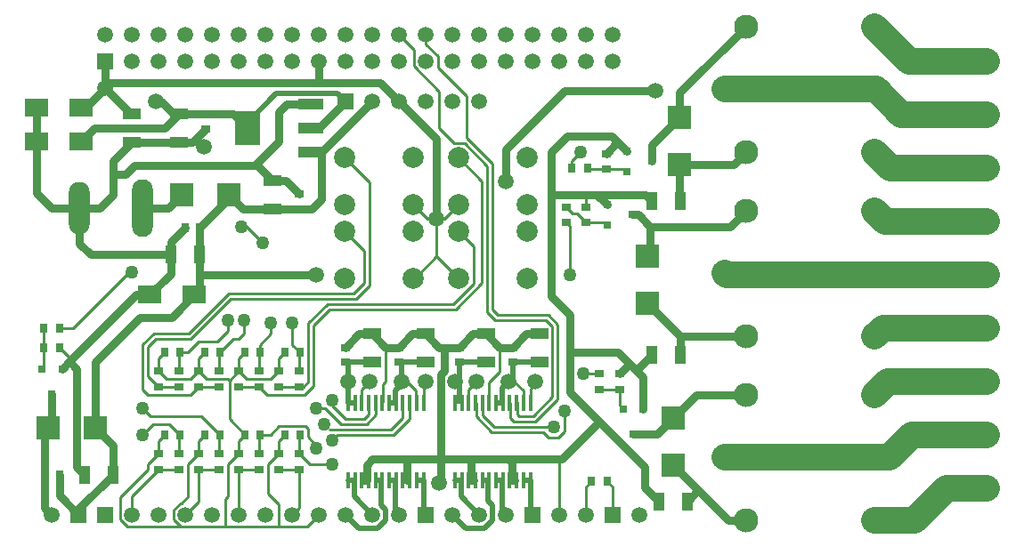
<source format=gbl>
G04 Layer_Physical_Order=2*
G04 Layer_Color=16711680*
%FSLAX25Y25*%
%MOIN*%
G70*
G01*
G75*
%ADD10C,0.01000*%
%ADD11C,0.03000*%
%ADD12C,0.10000*%
%ADD13C,0.02000*%
%ADD14R,0.05906X0.05906*%
%ADD15C,0.05906*%
%ADD16C,0.09055*%
%ADD17C,0.07874*%
%ADD18O,0.07874X0.21654*%
%ADD19O,0.07874X0.19685*%
%ADD20C,0.05000*%
%ADD21R,0.02756X0.03543*%
%ADD22R,0.09055X0.09055*%
%ADD23R,0.03150X0.03150*%
%ADD24R,0.03543X0.02756*%
%ADD25R,0.04331X0.06693*%
%ADD26R,0.03150X0.03150*%
%ADD27R,0.03150X0.03543*%
%ADD28R,0.03543X0.03150*%
%ADD29R,0.09055X0.06693*%
%ADD30R,0.06693X0.04331*%
%ADD31R,0.01772X0.06299*%
%ADD32R,0.09055X0.09055*%
%ADD33R,0.09252X0.03937*%
%ADD34R,0.09252X0.12992*%
D10*
X141000Y-83081D02*
Y-44937D01*
X131080Y-93000D02*
X141000Y-83081D01*
X132205Y-36142D02*
X141000Y-44937D01*
X130252Y-91000D02*
X138000Y-83252D01*
Y-69437D01*
X132205Y-63642D02*
X138000Y-69437D01*
X145000Y-93172D02*
Y-38419D01*
Y-93172D02*
X146828Y-95000D01*
X135166Y-28586D02*
X145000Y-38419D01*
X143000Y-94000D02*
Y-39248D01*
Y-94000D02*
X146000Y-97000D01*
X134457Y-30705D02*
X143000Y-39248D01*
X146828Y-95000D02*
X165777D01*
X146000Y-97000D02*
X164948D01*
X130705Y-30705D02*
X134457D01*
X135166Y-28586D02*
Y-13166D01*
X125000Y-25000D02*
X130705Y-30705D01*
X84000Y-93000D02*
X131080D01*
X83172Y-91000D02*
X130252D01*
X76000Y-120172D02*
Y-98172D01*
X83172Y-91000D01*
X78000Y-99000D02*
X84000Y-93000D01*
X94000Y-89000D02*
X99000Y-84000D01*
X47000Y-89000D02*
X94000D01*
X93000Y-87000D02*
X97000Y-83000D01*
X46172Y-87000D02*
X93000D01*
X60547Y-125000D02*
X74724D01*
X74219Y-121953D02*
X76000Y-120172D01*
X72500Y-121953D02*
X74219D01*
X62000Y-102000D02*
Y-98000D01*
X57756Y-106244D02*
X62000Y-102000D01*
X57756Y-109000D02*
Y-106244D01*
X53000Y-62000D02*
X59000Y-68000D01*
X145486Y-137000D02*
X168000D01*
X151571Y-133571D02*
X153000Y-135000D01*
X160993D01*
X169346Y-126647D01*
X160165Y-133000D02*
X167347Y-125818D01*
X154828Y-133000D02*
X160165D01*
X154130Y-132301D02*
X154828Y-133000D01*
X154130Y-132301D02*
Y-127760D01*
X170000Y-150000D02*
X171000Y-149000D01*
X170000Y-170000D02*
Y-150000D01*
X169346Y-126647D02*
Y-98570D01*
X165777Y-95000D02*
X169346Y-98570D01*
X167347Y-125818D02*
Y-99398D01*
X164948Y-97000D02*
X167347Y-99398D01*
X174000Y-80000D02*
Y-61953D01*
X172500Y-60453D02*
X174000Y-61953D01*
X172000Y-138657D02*
Y-131000D01*
X169657Y-141000D02*
X172000Y-138657D01*
X166000Y-141000D02*
X169657D01*
X164000Y-139000D02*
X166000Y-141000D01*
X144657Y-139000D02*
X164000D01*
X138776Y-133118D02*
X144657Y-139000D01*
X138776Y-133118D02*
Y-128106D01*
X138602Y-127933D02*
X138776Y-128106D01*
X141335Y-132849D02*
Y-127933D01*
Y-132849D02*
X145486Y-137000D01*
X141161Y-127933D02*
X141335D01*
X120000Y6297D02*
Y10000D01*
Y6297D02*
X124453Y1844D01*
Y-2453D02*
Y1844D01*
Y-2453D02*
X135166Y-13166D01*
X151571Y-133571D02*
Y-127933D01*
X151398D02*
X151571D01*
X110000Y10000D02*
X115547Y4453D01*
Y-1844D02*
Y4453D01*
Y-1844D02*
X125000Y-11297D01*
Y-25000D02*
Y-11297D01*
X153957Y-127933D02*
X154130Y-127760D01*
X70000Y-170000D02*
X72500Y-167500D01*
Y-152953D01*
X50000Y-170000D02*
Y-152953D01*
X57500D01*
X65000Y-152953D02*
X72500D01*
X30000Y-170000D02*
X35000Y-165000D01*
Y-152953D01*
X42500D01*
X10000Y-170000D02*
Y-162953D01*
X20000Y-152953D01*
X27500D01*
X72500Y-147047D02*
Y-140256D01*
X72756Y-140000D01*
X57500Y-147047D02*
Y-140256D01*
X57756Y-140000D01*
X42500Y-147047D02*
Y-140256D01*
X42756Y-140000D01*
X27500Y-147047D02*
Y-140256D01*
X27756Y-140000D01*
X65000Y-142244D02*
X67244Y-140000D01*
X65000Y-147047D02*
Y-142244D01*
X50000D02*
X52244Y-140000D01*
X50000Y-147047D02*
Y-142244D01*
X35000D02*
X37244Y-140000D01*
X35000Y-147047D02*
Y-142244D01*
X20000D02*
X22244Y-140000D01*
X20000Y-147047D02*
Y-142244D01*
X75547Y-174453D02*
X80000Y-170000D01*
X25547Y-171844D02*
X28156Y-174453D01*
X25547Y-171844D02*
Y-168156D01*
X28156Y-165547D01*
X28453D01*
X31000Y-163000D01*
Y-151047D01*
X35000Y-147047D01*
X46000Y-151047D02*
X50000Y-147047D01*
X46000Y-163000D02*
Y-151047D01*
X45000Y-164000D02*
X46000Y-163000D01*
X45000Y-174453D02*
Y-164000D01*
X28156Y-174453D02*
X45000D01*
X61000Y-151047D02*
X65000Y-147047D01*
X61000Y-162000D02*
Y-151047D01*
Y-162000D02*
X65000Y-166000D01*
Y-174453D02*
Y-166000D01*
X45000Y-174453D02*
X65000D01*
X75547D01*
X-17047Y-107500D02*
X-13484Y-111063D01*
X-22953Y-114488D02*
Y-107500D01*
X-23740Y-115276D02*
X-22953Y-114488D01*
Y-107500D02*
Y-100000D01*
X-22953Y-100000D01*
X8156Y-174453D02*
X28156D01*
X5547Y-171844D02*
X8156Y-174453D01*
X5547Y-171844D02*
Y-163453D01*
X16000Y-153000D01*
Y-151047D01*
X20000Y-147047D01*
X192500Y-129016D02*
X193760Y-130276D01*
X192500Y-129016D02*
Y-122953D01*
X185000D02*
X192500D01*
X185000Y-122953D02*
X185000Y-122953D01*
X186988Y-60453D02*
X187776Y-61240D01*
X180000Y-60453D02*
X186988D01*
X194488Y-40453D02*
X195276Y-41240D01*
X187500Y-40453D02*
X194488D01*
X180905D02*
X187500D01*
X180453Y-40000D02*
X180905Y-40453D01*
X65000Y-116047D02*
Y-111244D01*
X50000D02*
X52244Y-109000D01*
X50000Y-116047D02*
Y-111244D01*
X35000D02*
X37244Y-109000D01*
X35000Y-116047D02*
Y-111244D01*
X20000D02*
X22244Y-109000D01*
X20000Y-116047D02*
Y-111244D01*
X27500Y-116047D02*
Y-109256D01*
X42500Y-116047D02*
Y-109256D01*
X57500Y-116047D02*
Y-109256D01*
X72500Y-116047D02*
Y-109256D01*
X65000Y-121953D02*
X72500D01*
X50000D02*
X57500D01*
X35000D02*
X42500D01*
X20000D02*
X27500D01*
X143720Y-127933D02*
Y-120280D01*
X147559Y-116441D01*
Y-107244D01*
X103720Y-127933D02*
X103894Y-127760D01*
Y-121106D01*
X105059Y-119941D01*
Y-107244D01*
X153784Y-127933D02*
X153957D01*
X98602Y-132398D02*
Y-127933D01*
X159075D02*
Y-122925D01*
X161000Y-121000D01*
Y-120000D01*
X136043Y-122957D02*
X139000Y-120000D01*
X136043Y-127933D02*
Y-122957D01*
X151000Y-120000D02*
X153000D01*
X156516Y-123516D01*
Y-127933D02*
Y-123516D01*
X116342Y-127760D02*
X116516Y-127933D01*
X116342Y-127760D02*
Y-123343D01*
X113000Y-120000D02*
X116342Y-123343D01*
X111000Y-120000D02*
X113000D01*
X119075Y-120925D02*
X120000Y-120000D01*
X119075Y-127933D02*
Y-120925D01*
X96043Y-127933D02*
Y-122957D01*
X99000Y-120000D01*
X-17047Y-100000D02*
X-12000D01*
X187953Y-157500D02*
X190000Y-159547D01*
Y-170000D02*
Y-159547D01*
X180000Y-159547D02*
X182047Y-157500D01*
X180000Y-170000D02*
Y-159547D01*
X31953Y-125000D02*
X35000Y-121953D01*
X19000Y-104000D02*
X32000D01*
X47000Y-89000D01*
X18172Y-102000D02*
X31172D01*
X46172Y-87000D01*
X14000Y-123000D02*
X16000Y-125000D01*
X14000Y-123000D02*
Y-106172D01*
X18172Y-102000D01*
X16000Y-125000D02*
X31953D01*
X16000Y-117953D02*
X20000Y-121953D01*
X16000Y-117953D02*
Y-107000D01*
X19000Y-104000D01*
X57500Y-121953D02*
X60547Y-125000D01*
X97000Y-83000D02*
Y-70937D01*
X89705Y-63642D02*
X97000Y-70937D01*
X99000Y-84000D02*
Y-45437D01*
X89705Y-36142D02*
X99000Y-45437D01*
X180000Y-54547D02*
Y-50000D01*
X172500Y-54547D02*
X174953Y-57000D01*
X176547D01*
X180000Y-60453D01*
X174547Y-40000D02*
Y-37453D01*
X178000Y-34000D01*
X120437Y-59000D02*
X124000D01*
X115295Y-53858D02*
X120437Y-59000D01*
X124000D02*
X127063D01*
X132205Y-53858D01*
X124000Y-73154D02*
X132205Y-81358D01*
X115295D02*
X115795D01*
X124000Y-73154D01*
X179047Y-117047D02*
X185000D01*
X70000Y-106244D02*
X72756Y-109000D01*
X70000Y-106244D02*
Y-98000D01*
X42756Y-109000D02*
X47756Y-104000D01*
X50000D01*
X27756Y-109000D02*
X31000D01*
X35000Y-105000D01*
X42000D01*
X46000Y-101000D01*
Y-97000D01*
X50000Y-104000D02*
X52000Y-102000D01*
Y-97000D01*
X-12000Y-100000D02*
X9000Y-79000D01*
X10000D01*
X51000Y-62000D02*
X53000D01*
X124000Y-73154D02*
Y-59000D01*
X74724Y-125000D02*
X78000Y-121724D01*
Y-99000D01*
X97000Y-134000D02*
X98602Y-132398D01*
X85000Y-129000D02*
Y-127000D01*
Y-129000D02*
X90000Y-134000D01*
X97000D01*
X23756Y-136000D02*
X27756Y-140000D01*
X18000Y-136000D02*
X23756D01*
X14000Y-140000D02*
X18000Y-136000D01*
X35756Y-133000D02*
X42756Y-140000D01*
X17000Y-133000D02*
X35756D01*
X14000Y-130000D02*
X17000Y-133000D01*
X88343Y-136000D02*
X97828D01*
X82343Y-130000D02*
X88343Y-136000D01*
X79000Y-130000D02*
X82343D01*
X101161Y-131000D02*
Y-127933D01*
Y-131000D02*
X101335D01*
X97828Y-136000D02*
X101335Y-132494D01*
Y-131000D01*
X84000Y-138000D02*
X107000D01*
X111398Y-133602D01*
Y-127933D01*
X113957Y-134043D02*
Y-127933D01*
X87000Y-140000D02*
X108000D01*
X113957Y-134043D01*
X57756Y-140000D02*
X61776D01*
X65048Y-136728D01*
X74952D01*
X75831Y-137607D01*
Y-140831D02*
Y-137607D01*
Y-140831D02*
X79000Y-144000D01*
Y-145000D02*
Y-144000D01*
X85000Y-142000D02*
X87000Y-140000D01*
X72500Y-147047D02*
X76453Y-151000D01*
X85000D01*
X65000Y-111244D02*
X67244Y-109000D01*
X64953Y-116047D02*
X65000D01*
X62000Y-119000D02*
X64953Y-116047D01*
X52953Y-119000D02*
X62000D01*
X50000Y-116047D02*
X52953Y-119000D01*
X20000Y-116047D02*
X22953Y-119000D01*
X32047D01*
X35000Y-116047D01*
X35047D01*
X38000Y-119000D01*
X45775D01*
X46411Y-119636D02*
X50000Y-116047D01*
X46411Y-134167D02*
X52244Y-140000D01*
X45775Y-119000D02*
X46411Y-119636D01*
Y-134167D02*
Y-119636D01*
D11*
X150000Y-45000D02*
Y-33000D01*
X35315Y-80000D02*
X79000D01*
X185000Y-135000D02*
X202000Y-152000D01*
X174000Y-124000D02*
X185000Y-135000D01*
X152224Y-157067D02*
Y-150224D01*
X171000Y-149000D02*
X185000Y-135000D01*
X151000Y-149000D02*
X171000D01*
X167000Y-88000D02*
X174000Y-95000D01*
Y-109000D02*
Y-95000D01*
X167000Y-88000D02*
Y-50000D01*
X174000Y-124000D02*
Y-109000D01*
X-22756Y-167244D02*
X-20000Y-170000D01*
X-22756Y-167244D02*
Y-155000D01*
Y-138898D02*
X-21358Y-137500D01*
X13937Y-55000D02*
X23642D01*
X28642Y-50000D01*
X46358Y-51398D02*
Y-50000D01*
X35256Y-62500D02*
X46358Y-51398D01*
X35256Y-72441D02*
Y-62500D01*
Y-72441D02*
X35315Y-72500D01*
X33268Y-87500D02*
X35315Y-85453D01*
X24685Y-72500D02*
Y-67559D01*
X29744Y-62500D01*
X0Y-10000D02*
Y0D01*
X9685Y-19685D02*
X10000D01*
X0Y-10000D02*
X9685Y-19685D01*
X-25768Y-49232D02*
Y-30000D01*
Y-49232D02*
X-20000Y-55000D01*
X-9685D01*
Y-68315D02*
X-5500Y-72500D01*
X-9685Y-68315D02*
Y-55000D01*
X47835Y-19744D02*
X53091Y-25000D01*
X37500Y-19744D02*
X47835D01*
X27559D02*
X37500D01*
X27500Y-19685D02*
X27559Y-19744D01*
X27500Y-30315D02*
X32441D01*
X-9232Y-30000D02*
X-4232Y-25000D01*
X22185D01*
X27500Y-19685D01*
X10000Y-30315D02*
X27500D01*
X-2000Y-55000D02*
X3000Y-50000D01*
X-9685Y-55000D02*
X-2000D01*
X-25768Y-30000D02*
Y-17500D01*
X-9232D02*
X-7500D01*
X0Y-10000D01*
X80000Y-25000D02*
X90000Y-15000D01*
X76910Y-25000D02*
X80000D01*
X80945Y-34055D02*
X100000Y-15000D01*
X68055Y-15945D02*
X76910D01*
X65000Y-19000D02*
X68055Y-15945D01*
X65000Y-30000D02*
Y-19000D01*
X56000Y-39000D02*
X65000Y-30000D01*
X3000Y-37315D02*
X10000Y-30315D01*
X24768Y-96000D02*
X33268Y-87500D01*
X-10669Y-152146D02*
X-7815Y-155000D01*
X-10669Y-152146D02*
Y-115315D01*
X-3642Y-137500D02*
X2815Y-143957D01*
Y-155000D02*
Y-143957D01*
X-10000Y-167815D02*
X2815Y-155000D01*
X-10000Y-170000D02*
Y-167815D01*
X-17244Y-162756D02*
X-10000Y-170000D01*
X-17244Y-162756D02*
Y-155000D01*
X-16260Y-115276D02*
X-13484Y-112500D01*
X-3642Y-137500D02*
Y-112642D01*
X13000Y-96000D01*
X24768D01*
X-20000Y-136142D02*
Y-124724D01*
X-22756Y-155000D02*
Y-138898D01*
X215000Y-11811D02*
X239913Y13102D01*
X215000Y-21142D02*
Y-11811D01*
X204724Y-31417D02*
X215000Y-21142D01*
X204724Y-37500D02*
Y-31417D01*
X235197Y-38858D02*
X239913Y-34142D01*
X215000Y-38858D02*
X235197D01*
X215000Y-52185D02*
Y-38858D01*
Y-52185D02*
X215315Y-52500D01*
X233811Y-62000D02*
X239913Y-55898D01*
X215315Y-110000D02*
Y-103457D01*
X215000Y-103142D02*
X239913D01*
X221244Y-124898D02*
X239913D01*
X212500Y-133642D02*
X221244Y-124898D01*
X206417Y-139724D02*
X212500Y-133642D01*
X197500Y-139724D02*
X206417D01*
X233283Y-172142D02*
X239913D01*
X217815Y-165000D02*
X217858D01*
X222000Y-160858D01*
X212500Y-151358D02*
X222000Y-160858D01*
X233283Y-172142D01*
X-13484Y-112500D02*
X-10669Y-115315D01*
X16732Y-87500D02*
X24685Y-79547D01*
Y-72500D01*
X-13484Y-112500D02*
X11516Y-87500D01*
X16732D01*
X115059Y-102185D02*
X120000D01*
X110000Y-107244D02*
X115059Y-102185D01*
X105059Y-107244D02*
X110000D01*
X100000Y-102185D02*
X105059Y-107244D01*
X95059Y-102185D02*
X100000D01*
X90000Y-107244D02*
X95059Y-102185D01*
X157559D02*
X162500D01*
X152500Y-107244D02*
X157559Y-102185D01*
X147559Y-107244D02*
X152500D01*
X142500Y-102185D02*
X147559Y-107244D01*
X137559Y-102185D02*
X142500D01*
X132500Y-107244D02*
X137559Y-102185D01*
X120000D02*
X125059Y-107244D01*
X132500D01*
X136870Y-157067D02*
X137776D01*
X152224D02*
X153130D01*
X136870D02*
Y-149870D01*
X113000Y-156937D02*
Y-149000D01*
X112870Y-157067D02*
X113000Y-156937D01*
X97776Y-151224D02*
X100000Y-149000D01*
X96870Y-157067D02*
X97776D01*
X151000Y-149000D02*
X152224Y-150224D01*
X136000Y-149000D02*
X151000D01*
X127000Y-116000D02*
Y-107386D01*
X62500Y-55315D02*
X72441D01*
X72500Y-55256D01*
X77244D01*
X80945Y-51555D01*
X67441Y-44685D02*
X72500Y-49744D01*
X62500Y-44685D02*
X67441D01*
X56815Y-39000D02*
X62500Y-44685D01*
X56000Y-39000D02*
X56815D01*
X201240Y-130276D02*
Y-118240D01*
X174000Y-109000D02*
X192000D01*
X192500Y-117047D02*
X196000Y-113547D01*
X199000Y-115685D02*
X204685Y-110000D01*
X192000Y-109000D02*
X201240Y-118240D01*
X202000Y-159815D02*
X207185Y-165000D01*
X202000Y-159815D02*
Y-152000D01*
X184016Y-50000D02*
X187776Y-53760D01*
X202185Y-50000D02*
X204685Y-52500D01*
X184016Y-50000D02*
X202185D01*
X167000D02*
Y-34000D01*
X173000Y-28000D01*
X189516D01*
X187500Y-34547D02*
X191563Y-30484D01*
X192000D01*
X189516Y-28000D02*
X192000Y-30484D01*
X195276Y-33760D01*
X167000Y-50000D02*
X184016D01*
X103000Y-8000D02*
X110000Y-15000D01*
X0Y-10000D02*
X2000Y-8000D01*
X80000D02*
Y0D01*
X2000Y-8000D02*
X80000D01*
X103000D01*
X19000Y-15000D02*
X21000D01*
X25685Y-19685D01*
X27500D01*
X33756Y-29000D02*
X34000D01*
X37000Y-32000D01*
X32441Y-30315D02*
X33756Y-29000D01*
X3000Y-43000D02*
X3685Y-42315D01*
X3000Y-50000D02*
Y-43000D01*
Y-37315D01*
X3685Y-42315D02*
X7685D01*
X11000Y-39000D01*
X56000D01*
X33756Y-29000D02*
X37500Y-25256D01*
X35315Y-85453D02*
Y-80000D01*
Y-72500D01*
X113000Y-149000D02*
X136000D01*
X136870Y-149870D01*
X100000Y-149000D02*
X113000D01*
X97776Y-157067D02*
Y-151224D01*
X-5500Y-72500D02*
X24685D01*
X46358Y-50000D02*
X51673Y-55315D01*
X62500D01*
X110000Y-15000D02*
X124000Y-29000D01*
Y-59000D02*
Y-29000D01*
X172000Y-11000D02*
X206000D01*
X150000Y-33000D02*
X172000Y-11000D01*
X197224Y-57500D02*
X199500D01*
X204000Y-62000D01*
X233811D01*
X204000Y-72142D02*
Y-62000D01*
X203000Y-73142D02*
X204000Y-72142D01*
X203000Y-90858D02*
X215283Y-103142D01*
X125547Y-157453D02*
Y-117453D01*
X127000Y-116000D01*
X125000Y-158000D02*
X125547Y-157453D01*
X80945Y-51555D02*
Y-34055D01*
D12*
X287945Y-172142D02*
X302858D01*
X315000Y-160000D01*
X330000D01*
X232039Y-148520D02*
X293480D01*
X302000Y-140000D01*
X330000D01*
X287945Y-124898D02*
X292843Y-120000D01*
X330000D01*
X232039Y-79520D02*
X232520Y-80000D01*
X330000D01*
X287945Y-103142D02*
X291087Y-100000D01*
X330000D01*
X287945Y-55898D02*
X292047Y-60000D01*
X330000D01*
X288520Y-10520D02*
X298000Y-20000D01*
X232039Y-10520D02*
X288520D01*
X298000Y-20000D02*
X330000D01*
X287945Y13102D02*
X301047Y0D01*
X330000D01*
X287945Y-34142D02*
X293803Y-40000D01*
X330000D01*
D13*
X148512Y-168512D02*
X150000Y-170000D01*
X146606Y-157067D02*
X148512D01*
Y-168512D02*
Y-157067D01*
X159075Y-169075D02*
X160000Y-170000D01*
X159075Y-169075D02*
Y-157067D01*
X156843D02*
X159075D01*
X133158Y-163157D02*
X140000Y-170000D01*
X130925Y-157067D02*
X133158D01*
Y-163157D02*
Y-157067D01*
X130000Y-170000D02*
X135000Y-175000D01*
X142004D01*
X144953Y-172052D01*
Y-166389D01*
X143394Y-164830D02*
X144953Y-166389D01*
X141488Y-157067D02*
X143394D01*
Y-164830D02*
Y-157067D01*
X116842D02*
X119075D01*
X108512Y-168512D02*
X110000Y-170000D01*
X106606Y-157067D02*
X108512D01*
Y-168512D02*
Y-157067D01*
X93158Y-163157D02*
X100000Y-170000D01*
X90925Y-157067D02*
X93158D01*
Y-163157D02*
Y-157067D01*
X90000Y-170000D02*
X94953Y-174953D01*
X102051D01*
X104953Y-172052D01*
Y-167948D01*
X103394Y-166389D02*
X104953Y-167948D01*
X101488Y-157067D02*
X103394D01*
Y-166389D02*
Y-157067D01*
X90925Y-127933D02*
X93158D01*
X106606D02*
X108512D01*
X110059Y-112815D02*
X120000D01*
X90059D02*
X100000D01*
X132559D02*
X142500D01*
X132500Y-112756D02*
X132559Y-112815D01*
X152559D02*
X162500D01*
X152500Y-112756D02*
X152559Y-112815D01*
X146606Y-127933D02*
X148512D01*
X152500Y-118500D02*
Y-112756D01*
X131583Y-127276D02*
X132500D01*
X111000Y-120000D02*
Y-113756D01*
X110000Y-121000D02*
X111000Y-120000D01*
X110000Y-122000D02*
Y-121000D01*
X108512Y-123488D02*
X110000Y-122000D01*
X108512Y-127933D02*
Y-123488D01*
X132500Y-127276D02*
Y-112756D01*
X90925Y-127933D02*
Y-113681D01*
X110000Y-112756D02*
X110059Y-112815D01*
X111000Y-113756D01*
X148512Y-122488D02*
X151000Y-120000D01*
X152500Y-118500D01*
X148512Y-127933D02*
Y-122488D01*
X119075Y-169075D02*
X120000Y-170000D01*
X119075Y-169075D02*
Y-157067D01*
X53091Y-22909D02*
X64024Y-11976D01*
X53091Y-25000D02*
Y-22909D01*
X64024Y-11976D02*
X86976D01*
X90000Y-15000D01*
D14*
D03*
X190000Y-170000D02*
D03*
X120000D02*
D03*
X160000D02*
D03*
X-10000D02*
D03*
X0D02*
D03*
Y0D02*
D03*
D15*
X100000Y-15000D02*
D03*
X110000D02*
D03*
X120000D02*
D03*
X130000D02*
D03*
X140000D02*
D03*
X180000Y-170000D02*
D03*
X170000D02*
D03*
X90000D02*
D03*
X100000D02*
D03*
X110000D02*
D03*
X130000D02*
D03*
X140000D02*
D03*
X150000D02*
D03*
X-20000D02*
D03*
X10000D02*
D03*
X20000D02*
D03*
X30000D02*
D03*
X40000D02*
D03*
X50000D02*
D03*
X60000D02*
D03*
X70000D02*
D03*
X190000Y10000D02*
D03*
Y0D02*
D03*
X180000Y10000D02*
D03*
Y0D02*
D03*
X170000Y10000D02*
D03*
Y0D02*
D03*
X160000Y10000D02*
D03*
Y0D02*
D03*
X150000Y10000D02*
D03*
Y0D02*
D03*
X140000Y10000D02*
D03*
Y0D02*
D03*
X130000Y10000D02*
D03*
Y0D02*
D03*
X120000Y10000D02*
D03*
Y0D02*
D03*
X110000Y10000D02*
D03*
Y0D02*
D03*
X100000Y10000D02*
D03*
Y0D02*
D03*
X90000Y10000D02*
D03*
Y0D02*
D03*
X80000Y10000D02*
D03*
Y0D02*
D03*
X70000Y10000D02*
D03*
Y0D02*
D03*
X60000Y10000D02*
D03*
Y0D02*
D03*
X50000Y10000D02*
D03*
Y0D02*
D03*
X40000Y10000D02*
D03*
Y0D02*
D03*
X30000Y10000D02*
D03*
Y0D02*
D03*
X20000Y10000D02*
D03*
Y0D02*
D03*
X10000Y10000D02*
D03*
Y0D02*
D03*
X0Y10000D02*
D03*
X150000Y-45000D02*
D03*
X79000Y-80000D02*
D03*
X200000Y-170000D02*
D03*
X80000D02*
D03*
X0Y-10000D02*
D03*
X151000Y-120000D02*
D03*
X161000D02*
D03*
X139000D02*
D03*
X91000D02*
D03*
X99000D02*
D03*
X111000D02*
D03*
X120000D02*
D03*
X131000D02*
D03*
X124000Y-59000D02*
D03*
X19000Y-15000D02*
D03*
X37000Y-32000D02*
D03*
X206000Y-11000D02*
D03*
X125000Y-158000D02*
D03*
D16*
X330000Y-120000D02*
D03*
Y-140000D02*
D03*
Y-160000D02*
D03*
X239913Y-172142D02*
D03*
X287945D02*
D03*
Y-124898D02*
D03*
X239913D02*
D03*
X232039Y-148520D02*
D03*
X330000Y0D02*
D03*
Y-20000D02*
D03*
Y-40000D02*
D03*
X239913Y-34142D02*
D03*
X287945D02*
D03*
Y13102D02*
D03*
X239913D02*
D03*
X232039Y-10520D02*
D03*
X239913Y-103142D02*
D03*
X287945D02*
D03*
Y-55898D02*
D03*
X239913D02*
D03*
X232039Y-79520D02*
D03*
X330000Y-60000D02*
D03*
Y-80000D02*
D03*
Y-100000D02*
D03*
D17*
X157795Y-63642D02*
D03*
Y-81358D02*
D03*
X132205Y-63642D02*
D03*
Y-81358D02*
D03*
X157795Y-36142D02*
D03*
Y-53858D02*
D03*
X132205Y-36142D02*
D03*
Y-53858D02*
D03*
X115295Y-36142D02*
D03*
Y-53858D02*
D03*
X89705Y-36142D02*
D03*
Y-53858D02*
D03*
X115295Y-63642D02*
D03*
Y-81358D02*
D03*
X89705Y-63642D02*
D03*
Y-81358D02*
D03*
D18*
X13937Y-55000D02*
D03*
D19*
X-9685D02*
D03*
D20*
X62000Y-98000D02*
D03*
X59000Y-68000D02*
D03*
X168000Y-137000D02*
D03*
X174000Y-80000D02*
D03*
X172000Y-131000D02*
D03*
X178000Y-34000D02*
D03*
X179047Y-117047D02*
D03*
X70000Y-98000D02*
D03*
X46000Y-97000D02*
D03*
X52000D02*
D03*
X10000Y-79000D02*
D03*
X51000Y-62000D02*
D03*
X82000Y-136000D02*
D03*
X79000Y-130000D02*
D03*
X85000Y-127000D02*
D03*
Y-142000D02*
D03*
X14000Y-130000D02*
D03*
Y-140000D02*
D03*
X79000Y-145000D02*
D03*
X85000Y-151000D02*
D03*
D21*
X182047Y-157500D02*
D03*
X187953D02*
D03*
X180453Y-40000D02*
D03*
X174547D02*
D03*
X-22953Y-100000D02*
D03*
X-17047D02*
D03*
X-17047Y-107500D02*
D03*
X-22953D02*
D03*
D22*
X212500Y-151358D02*
D03*
Y-133642D02*
D03*
X203000Y-90858D02*
D03*
Y-73142D02*
D03*
X215000Y-38858D02*
D03*
Y-21142D02*
D03*
D23*
X197500Y-139724D02*
D03*
X193760Y-130276D02*
D03*
X201240D02*
D03*
X-20000Y-124724D02*
D03*
X-23740Y-115276D02*
D03*
X-16260D02*
D03*
D24*
X185000Y-122953D02*
D03*
Y-117047D02*
D03*
X192500Y-117047D02*
D03*
Y-122953D02*
D03*
X172500Y-54547D02*
D03*
Y-60453D02*
D03*
X180000Y-54547D02*
D03*
Y-60453D02*
D03*
X187500Y-34547D02*
D03*
Y-40453D02*
D03*
X27500Y-116047D02*
D03*
Y-121953D02*
D03*
X42500Y-116047D02*
D03*
Y-121953D02*
D03*
X20000Y-116047D02*
D03*
Y-121953D02*
D03*
X35000Y-116047D02*
D03*
Y-121953D02*
D03*
X57500Y-116047D02*
D03*
Y-121953D02*
D03*
X50000Y-116047D02*
D03*
Y-121953D02*
D03*
X72500Y-116047D02*
D03*
Y-121953D02*
D03*
X65000Y-116047D02*
D03*
Y-121953D02*
D03*
X57500Y-147047D02*
D03*
Y-152953D02*
D03*
X65000Y-147047D02*
D03*
Y-152953D02*
D03*
X50000Y-147047D02*
D03*
Y-152953D02*
D03*
X27500Y-147047D02*
D03*
Y-152953D02*
D03*
X72500Y-147047D02*
D03*
Y-152953D02*
D03*
X20000Y-147047D02*
D03*
Y-152953D02*
D03*
X42500Y-147047D02*
D03*
Y-152953D02*
D03*
X35000Y-147047D02*
D03*
Y-152953D02*
D03*
D25*
X217815Y-165000D02*
D03*
X207185D02*
D03*
X215315Y-110000D02*
D03*
X204685D02*
D03*
X215315Y-52500D02*
D03*
X204685D02*
D03*
X35315Y-72500D02*
D03*
X24685D02*
D03*
X2815Y-155000D02*
D03*
X-7815D02*
D03*
D26*
X197224Y-57500D02*
D03*
X187776Y-61240D02*
D03*
Y-53760D02*
D03*
X204724Y-37500D02*
D03*
X195276Y-41240D02*
D03*
Y-33760D02*
D03*
D27*
X52244Y-109000D02*
D03*
X57756D02*
D03*
X67244D02*
D03*
X72756D02*
D03*
X37244D02*
D03*
X42756D02*
D03*
X22244D02*
D03*
X27756D02*
D03*
X67244Y-140000D02*
D03*
X72756D02*
D03*
X-22756Y-155000D02*
D03*
X-17244D02*
D03*
X52244Y-140000D02*
D03*
X57756D02*
D03*
X37244D02*
D03*
X42756D02*
D03*
X29744Y-62500D02*
D03*
X35256D02*
D03*
X22244Y-140000D02*
D03*
X27756D02*
D03*
D28*
X72500Y-49744D02*
D03*
Y-55256D02*
D03*
X90000Y-107244D02*
D03*
Y-112756D02*
D03*
X110000Y-107244D02*
D03*
Y-112756D02*
D03*
X132500Y-107244D02*
D03*
Y-112756D02*
D03*
X37500Y-25256D02*
D03*
Y-19744D02*
D03*
X152500Y-107244D02*
D03*
Y-112756D02*
D03*
D29*
X16732Y-87500D02*
D03*
X33268D02*
D03*
X-25768Y-30000D02*
D03*
X-9232D02*
D03*
X-25768Y-17500D02*
D03*
X-9232D02*
D03*
D30*
X120000Y-112815D02*
D03*
Y-102185D02*
D03*
X162500Y-112815D02*
D03*
Y-102185D02*
D03*
X10000Y-19685D02*
D03*
Y-30315D02*
D03*
X100000Y-112815D02*
D03*
Y-102185D02*
D03*
X27500Y-19685D02*
D03*
Y-30315D02*
D03*
X62500Y-55315D02*
D03*
Y-44685D02*
D03*
X142500Y-112815D02*
D03*
Y-102185D02*
D03*
D31*
X159075Y-157067D02*
D03*
X156516D02*
D03*
X153957D02*
D03*
X151398D02*
D03*
X148839D02*
D03*
X146280D02*
D03*
X143720D02*
D03*
X141161D02*
D03*
X138602D02*
D03*
X136043D02*
D03*
X133484D02*
D03*
X130925D02*
D03*
X159075Y-127933D02*
D03*
X156516D02*
D03*
X153957D02*
D03*
X151398D02*
D03*
X148839D02*
D03*
X146280D02*
D03*
X143720D02*
D03*
X141161D02*
D03*
X138602D02*
D03*
X136043D02*
D03*
X133484D02*
D03*
X130925D02*
D03*
X119075Y-157067D02*
D03*
X116516D02*
D03*
X113957D02*
D03*
X111398D02*
D03*
X108839D02*
D03*
X106280D02*
D03*
X103720D02*
D03*
X101161D02*
D03*
X98602D02*
D03*
X96043D02*
D03*
X93484D02*
D03*
X90925D02*
D03*
X119075Y-127933D02*
D03*
X116516D02*
D03*
X113957D02*
D03*
X111398D02*
D03*
X108839D02*
D03*
X106280D02*
D03*
X103720D02*
D03*
X101161D02*
D03*
X98602D02*
D03*
X96043D02*
D03*
X93484D02*
D03*
X90925D02*
D03*
D32*
X-3642Y-137500D02*
D03*
X-21358D02*
D03*
X46358Y-50000D02*
D03*
X28642D02*
D03*
D33*
X76910Y-15945D02*
D03*
Y-25000D02*
D03*
Y-34055D02*
D03*
D34*
X53091Y-25000D02*
D03*
M02*

</source>
